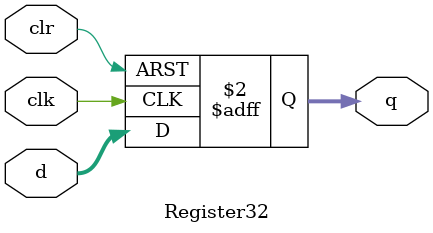
<source format=v>
module Register32(
    input wire [31:0] d,
    input wire clk,
    input wire clr,
    output reg [31:0] q
    );

always @ (posedge clk or posedge clr)
begin
    if (clr)
        q <= 0;
    else
        q <= d; 
end

endmodule

// to instantiate, we would do:
/*
module <name>;
   wire clock;
   wire reset;
   wire [31:0] data_in;
   wire [31:0] my_register_out;
   Register32 name_of_register(clock, reset, data_in, my_register_out);
endmodule
*/
</source>
